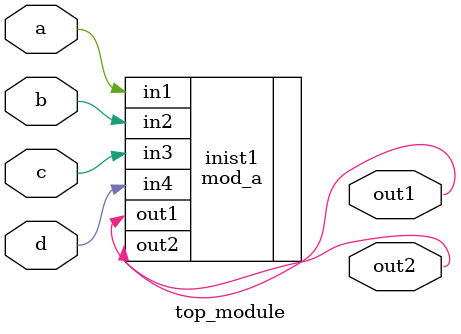
<source format=v>
module top_module ( 
    input a, 
    input b, 
    input c,
    input d,
    output out1,
    output out2
);
    mod_a inist1(.out1(out1),.out2(out2),.in1(a),.in2(b),.in3(c),.in4(d));
endmodule
</source>
